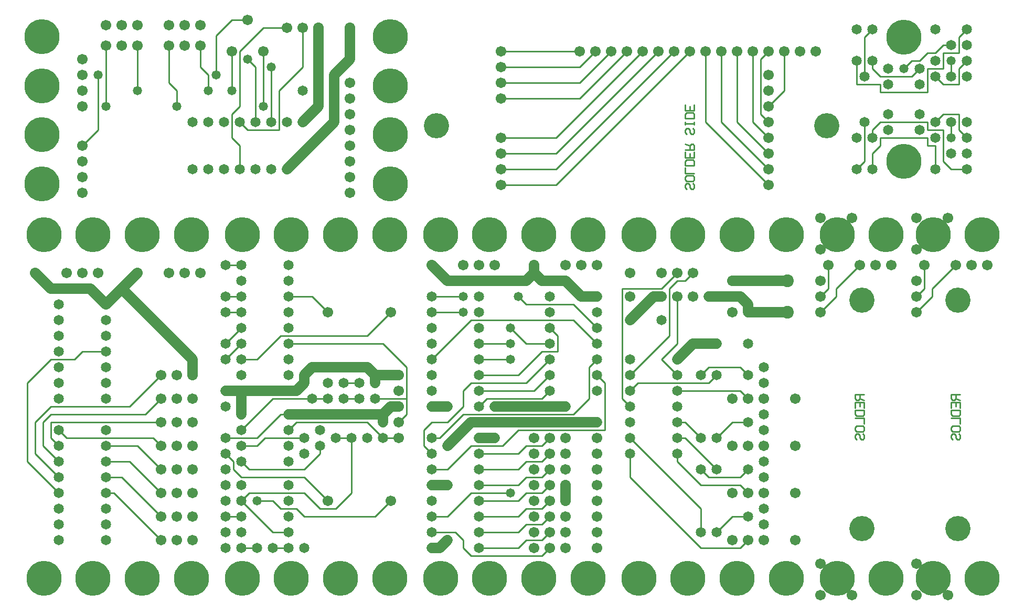
<source format=gbl>
%MOIN*%
%FSLAX25Y25*%
G04 D10 used for Character Trace; *
G04     Circle (OD=.01000) (No hole)*
G04 D11 used for Power Trace; *
G04     Circle (OD=.06700) (No hole)*
G04 D12 used for Signal Trace; *
G04     Circle (OD=.01100) (No hole)*
G04 D13 used for Via; *
G04     Circle (OD=.05800) (Round. Hole ID=.02800)*
G04 D14 used for Component hole; *
G04     Circle (OD=.06500) (Round. Hole ID=.03500)*
G04 D15 used for Component hole; *
G04     Circle (OD=.06700) (Round. Hole ID=.04300)*
G04 D16 used for Component hole; *
G04     Circle (OD=.08100) (Round. Hole ID=.05100)*
G04 D17 used for Component hole; *
G04     Circle (OD=.08900) (Round. Hole ID=.05900)*
G04 D18 used for Component hole; *
G04     Circle (OD=.11300) (Round. Hole ID=.08300)*
G04 D19 used for Component hole; *
G04     Circle (OD=.16000) (Round. Hole ID=.13000)*
G04 D20 used for Component hole; *
G04     Circle (OD=.18300) (Round. Hole ID=.15300)*
G04 D21 used for Component hole; *
G04     Circle (OD=.22291) (Round. Hole ID=.19291)*
%ADD10C,.01000*%
%ADD11C,.06700*%
%ADD12C,.01100*%
%ADD13C,.05800*%
%ADD14C,.06500*%
%ADD15C,.06700*%
%ADD16C,.08100*%
%ADD17C,.08900*%
%ADD18C,.11300*%
%ADD19C,.16000*%
%ADD20C,.18300*%
%ADD21C,.22291*%
%IPPOS*%
%LPD*%
G90*X0Y0D02*D21*X15625Y15625D03*D14*              
X25000Y40000D03*D21*X46875Y15625D03*D14*          
X25000Y50000D03*X55000Y40000D03*Y50000D03*        
Y60000D03*X25000D03*D12*X90000Y40000D02*          
X60000Y70000D01*D15*X90000Y40000D03*X100000D03*   
Y55000D03*X90000D03*D12*X65000Y80000D01*X55000D01*
D14*D03*Y90000D03*D12*X70000D01*X90000Y70000D01*  
D15*D03*X100000D03*Y85000D03*X90000D03*D12*       
X75000Y100000D01*X55000D01*D14*D03*Y110000D03*D12*
X20000Y125000D02*X70000D01*X10000Y115000D02*      
X20000Y125000D01*X10000Y95000D02*Y115000D01*      
X25000Y80000D02*X10000Y95000D01*D14*              
X25000Y80000D03*Y90000D03*D12*X15000Y100000D01*   
Y115000D01*X20000Y120000D01*X80000D01*            
X90000Y130000D01*D15*D03*X100000D03*Y145000D03*   
X90000D03*D12*X70000Y125000D01*D14*               
X55000Y140000D03*Y130000D03*D15*X90000Y115000D03* 
D12*X20000D01*Y105000D01*X25000Y100000D01*D14*D03*
D12*X30000Y105000D02*X85000D01*X90000Y100000D01*  
D15*D03*X100000D03*Y115000D03*X110000Y85000D03*   
Y100000D03*Y115000D03*D12*X55000Y70000D02*        
X60000D01*D14*X55000D03*X25000D03*D12*            
X5000Y90000D01*Y140000D01*X20000Y155000D01*       
X35000D01*X40000Y160000D01*X55000D01*D14*D03*     
Y170000D03*Y150000D03*Y180000D03*X25000Y190000D03*
Y130000D03*Y180000D03*Y170000D03*X55000Y190000D03*
D11*X65000Y200000D01*X110000Y155000D01*Y145000D01*
D15*D03*Y130000D03*D11*X55000Y190000D02*          
X45000Y200000D01*X20000D01*X10000Y210000D01*D15*  
D03*X30000D03*D21*X15625Y234375D03*D15*           
X40000Y210000D03*D21*X46875Y234375D03*D15*        
X50000Y210000D03*D14*X25000Y160000D03*D11*        
X65000Y200000D02*X75000Y210000D01*D15*D03*        
X95000D03*D21*X78125Y234375D03*D15*               
X105000Y210000D03*D21*X109375Y234375D03*D15*      
X115000Y210000D03*D14*X25000Y150000D03*Y140000D03*
Y110000D03*D12*X30000Y105000D01*D15*              
X110000Y40000D03*Y55000D03*Y70000D03*D21*         
X78125Y15625D03*X109375D03*G90*X1000Y0D02*D14*    
X131000Y35000D03*Y45000D03*Y55000D03*D12*         
X141000D01*D14*D03*D13*X151000Y65000D03*D12*      
X161000D01*X166000Y60000D01*X176000D01*           
X181000Y55000D01*X226000D01*X236000Y65000D01*D15* 
D03*D12*X201000Y60000D02*X211000Y70000D01*        
X191000Y60000D02*X201000D01*X191000D02*           
X181000Y70000D01*X146000D01*X141000Y65000D01*D14* 
D03*D12*X161000Y45000D01*X171000D01*D14*D03*      
X181000Y35000D03*X161000D03*D12*X171000D01*D14*   
D03*Y55000D03*X151000Y35000D03*D12*X141000D01*D14*
D03*Y45000D03*D21*X141625Y15625D03*D14*           
X171000Y65000D03*D21*X172875Y15625D03*D14*        
X131000Y65000D03*X171000Y75000D03*X141000D03*     
X131000D03*D12*X196000Y65000D02*X181000Y80000D01* 
D15*X196000Y65000D03*D12*X141000Y80000D02*        
X181000D01*X141000D02*X136000Y85000D01*Y90000D01* 
X131000Y95000D01*D14*D03*X141000Y90000D03*D12*    
X146000Y85000D01*X181000D01*X191000Y95000D01*     
Y100000D01*D14*D03*X181000Y105000D03*D12*         
X156000D01*X151000Y100000D01*X141000D01*D14*D03*  
X131000Y105000D03*D12*X151000D01*                 
X166000Y120000D01*X171000D01*D14*D03*D11*         
X231000D01*Y115000D01*D14*D03*D11*Y120000D02*     
X236000Y125000D01*X241000D01*D15*D03*D12*         
Y115000D02*X246000Y120000D01*D15*                 
X241000Y115000D03*D12*X246000Y120000D02*          
Y130000D01*X226000D01*D14*D03*X216000Y140000D03*  
D12*X206000D01*D14*D03*X216000Y130000D03*D12*     
X206000D01*D14*D03*X196000Y140000D03*Y130000D03*  
D12*X186000D01*D14*D03*D12*X161000D01*            
X141000Y110000D01*D14*D03*Y120000D03*D11*         
Y135000D01*X131000D01*D14*D03*X141000Y145000D03*  
D11*Y135000D02*X176000D01*X181000Y140000D01*      
Y145000D01*X186000Y150000D01*D14*D03*D11*         
X221000D01*X226000Y145000D01*Y140000D01*D14*D03*  
D11*Y145000D02*X241000D01*D15*D03*D12*            
X246000Y130000D02*Y150000D01*D15*                 
X241000Y135000D03*D12*X246000Y150000D02*          
X231000Y165000D01*X171000D01*D14*D03*D12*         
X151000Y155000D02*X166000Y170000D01*              
X141000Y155000D02*X151000D01*D14*X141000D03*      
X131000Y165000D03*D12*X141000Y175000D01*D14*D03*  
X131000Y185000D03*D12*X141000D01*D14*D03*         
X131000Y195000D03*D12*X141000D01*D14*D03*         
Y205000D03*Y215000D03*D12*X131000D01*D14*D03*D21* 
X141625Y234375D03*D14*X171000Y175000D03*          
Y185000D03*Y195000D03*D12*X186000D01*             
X196000Y185000D01*D15*D03*D14*X171000Y205000D03*  
D12*X166000Y170000D02*X221000D01*D14*             
X171000Y155000D03*X141000Y165000D03*D12*          
X131000Y155000D01*D14*D03*Y125000D03*             
X171000Y145000D03*D12*Y110000D02*                 
X176000Y115000D01*D14*X171000Y110000D03*D12*      
X176000Y115000D02*X221000D01*X231000Y105000D01*   
D14*D03*D12*X241000D01*D15*D03*D14*X221000D03*    
X211000D03*D12*Y70000D01*D14*X181000Y95000D03*D12*
X201000Y105000D02*X211000D01*D14*X201000D03*      
X191000Y110000D03*X171000Y100000D03*Y90000D03*D12*
X221000Y170000D02*X236000Y185000D01*D15*D03*D21*  
X235375Y234375D03*X204125D03*X172875D03*D14*      
X171000Y215000D03*X131000Y85000D03*D21*           
X204125Y15625D03*X235375D03*G90*X2000Y0D02*D12*   
X262000Y95000D02*X257000Y100000D01*D14*           
X262000Y95000D03*D12*X257000Y100000D02*Y110000D01*
X262000Y115000D01*X272000D01*X282000Y125000D01*   
Y135000D01*X287000Y140000D01*X322000D01*          
X337000Y155000D01*D14*D03*D12*X332000Y160000D02*  
X342000D01*X317000Y145000D02*X332000Y160000D01*   
X292000Y145000D02*X317000D01*D14*X292000D03*      
Y155000D03*D12*X312000D01*D13*D03*D12*            
X322000Y165000D02*X337000D01*D14*D03*D12*         
X342000Y160000D02*Y170000D01*X337000Y175000D01*   
D14*D03*Y185000D03*D12*X367000Y175000D02*         
X352000Y190000D01*D14*X367000Y175000D03*          
Y185000D03*Y165000D03*D12*X352000Y180000D01*      
X287000D01*X262000Y155000D01*D14*D03*Y165000D03*  
Y145000D03*Y175000D03*Y135000D03*                 
X292000Y125000D03*D12*X297000Y130000D01*          
X332000D01*X337000Y135000D01*D14*D03*D13*         
X347000Y125000D03*D11*X302000D01*D13*D03*D14*     
X292000Y135000D03*D12*X327000D01*                 
X337000Y145000D01*D14*D03*D12*X322000Y165000D02*  
X312000Y175000D01*D13*D03*Y165000D03*D12*         
X292000D01*D14*D03*Y175000D03*Y185000D03*D13*     
X282000D03*D12*X262000D01*D14*D03*Y195000D03*D12* 
X282000D01*D13*D03*D11*X272000Y205000D02*         
X322000D01*X327000Y210000D01*X332000Y205000D01*   
X347000D01*X357000Y195000D01*X367000D01*D14*D03*  
D12*X322000Y190000D02*X352000D01*X322000D02*      
X317000Y195000D01*D13*D03*D11*X327000Y210000D02*  
Y215000D01*D15*D03*D21*X330125Y234375D03*D15*     
X347000Y215000D03*D14*X337000Y195000D03*D15*      
X302000Y215000D03*D21*X298875Y234375D03*D15*      
X357000Y215000D03*X292000D03*D21*                 
X361375Y234375D03*D14*X292000Y195000D03*D15*      
X367000Y215000D03*X282000D03*D11*                 
X272000Y205000D02*X262000Y215000D01*D15*D03*D21*  
X267625Y234375D03*D14*X262000Y125000D03*D11*      
X272000D01*D13*D03*D12*X267000Y105000D02*         
X282000Y120000D01*X262000Y105000D02*X267000D01*   
D14*X262000D03*D13*X272000Y100000D03*D11*         
X287000Y115000D01*X327000D01*D13*D03*D11*         
X367000D01*D13*D03*D12*X317000Y110000D02*         
X372000D01*X307000Y100000D02*X317000Y110000D01*   
X287000Y100000D02*X307000D01*X272000Y85000D02*    
X287000Y100000D01*X262000Y85000D02*X272000D01*D14*
X262000D03*D13*X272000Y75000D03*D11*X262000D01*   
D14*D03*Y65000D03*Y55000D03*D12*X272000D01*       
X287000Y70000D01*X312000D01*D13*D03*D12*          
X292000Y65000D02*X317000D01*D14*X292000D03*       
Y75000D03*D12*X317000D01*X322000Y80000D01*        
X332000D01*X337000Y85000D01*D15*D03*D12*          
X322000Y90000D02*X332000D01*X317000Y85000D02*     
X322000Y90000D01*X292000Y85000D02*X317000D01*D14* 
X292000D03*Y95000D03*D12*X317000D01*              
X322000Y100000D01*X332000D01*X337000Y105000D01*   
D15*D03*X347000Y95000D03*X327000D03*              
X347000Y105000D03*X327000D03*X337000Y95000D03*D12*
X332000Y90000D01*D15*X327000Y85000D03*            
X347000Y75000D03*D11*Y65000D01*D15*D03*           
X337000Y75000D03*D12*X332000Y70000D01*X322000D01* 
X317000Y65000D01*Y55000D02*X322000Y60000D01*      
X292000Y55000D02*X317000D01*D14*X292000D03*       
Y45000D03*D12*X317000D01*X322000Y50000D01*        
X332000D01*X337000Y55000D01*D15*D03*D12*          
X322000Y60000D02*X332000D01*D15*X327000Y55000D03* 
Y65000D03*D12*X332000Y60000D02*X337000Y65000D01*  
D15*D03*X347000Y55000D03*X327000Y75000D03*        
X347000Y85000D03*X327000Y45000D03*X337000D03*D12* 
X332000Y40000D01*X322000D01*X317000Y35000D01*     
X292000D01*D14*D03*D12*X287000Y30000D02*          
X332000D01*X337000Y35000D01*D15*D03*              
X347000Y45000D03*Y35000D03*X327000D03*D21*        
X330125Y15625D03*X361375D03*D15*X367000Y65000D03* 
Y35000D03*Y45000D03*Y55000D03*Y75000D03*D21*      
X298875Y15625D03*D15*X367000Y85000D03*D12*        
X287000Y30000D02*X282000Y35000D01*Y40000D01*      
X277000Y45000D01*X262000D01*D14*D03*D13*          
X272000Y40000D03*D11*X267000Y35000D01*X262000D01* 
D14*D03*D21*X267625Y15625D03*D13*                 
X302000Y105000D03*D11*X292000D01*D14*D03*D12*     
X282000Y120000D02*X352000D01*X362000Y130000D01*   
Y150000D01*X367000Y155000D01*D14*D03*Y145000D03*  
D12*X372000Y140000D01*Y110000D01*D15*             
X367000Y105000D03*Y95000D03*D14*Y135000D03*G90*   
X3000Y0D02*D12*X388000Y125000D02*                 
X383000Y130000D01*D14*X388000Y125000D03*D12*      
X383000Y130000D02*Y200000D01*X408000D01*          
X418000Y210000D01*D15*D03*D12*Y205000D02*         
X423000D01*X413000Y200000D02*X418000Y205000D01*   
X413000Y170000D02*Y200000D01*X388000Y145000D02*   
X413000Y170000D01*D14*X388000Y145000D03*D12*      
Y135000D02*X393000Y140000D01*D14*                 
X388000Y135000D03*D12*X393000Y140000D02*          
X438000D01*X443000Y145000D01*D14*D03*D12*         
X433000D02*X438000Y150000D01*D14*                 
X433000Y145000D03*D12*X438000Y150000D02*          
X458000D01*X463000Y145000D01*D14*D03*             
X473000Y140000D03*D12*X463000Y130000D02*          
X458000Y135000D01*D15*X463000Y130000D03*D12*      
X418000Y135000D02*X458000D01*D14*X418000D03*      
Y145000D03*D12*X408000Y155000D01*                 
X418000Y165000D01*Y195000D01*D15*D03*D12*         
X423000Y205000D02*X428000Y210000D01*D15*D03*      
X443000Y195000D03*D11*X438000D01*X443000D02*      
X458000D01*X463000Y190000D01*Y185000D01*D14*D03*  
D11*X488000D01*D16*D03*Y205000D03*D11*X463000D01* 
D14*D03*D11*X453000D01*D15*D03*Y185000D03*        
X428000Y195000D03*D21*X424875Y234375D03*          
X456125D03*X487375D03*D11*X418000Y155000D02*      
X428000Y165000D01*D14*X418000Y155000D03*D11*      
X428000Y165000D02*X443000D01*D14*D03*X463000D03*  
X473000Y150000D03*D15*X408000Y195000D03*D11*      
X403000D01*X388000Y180000D01*D14*D03*D15*         
Y195000D03*D14*X408000Y180000D03*                 
X388000Y155000D03*D15*X408000Y210000D03*          
X388000D03*D21*X393625Y234375D03*D14*             
X418000Y125000D03*D12*X443000Y105000D02*          
X453000Y115000D01*D14*X443000Y105000D03*D12*      
X453000Y115000D02*X463000D01*D14*D03*             
X473000Y110000D03*Y120000D03*D15*Y130000D03*      
X453000Y100000D03*X463000D03*X453000Y130000D03*   
X473000Y100000D03*D14*Y90000D03*X433000Y85000D03* 
D12*X438000Y80000D01*X458000D01*X463000Y85000D01* 
D14*D03*X473000Y80000D03*D12*X463000Y70000D02*    
X458000Y75000D01*D15*X463000Y70000D03*D12*        
X433000Y75000D02*X458000D01*X433000D02*           
X418000Y90000D01*Y95000D01*D14*D03*D12*           
X443000Y85000D02*X423000Y105000D01*D14*           
X443000Y85000D03*D15*X453000Y70000D03*D12*        
X418000Y105000D02*X423000D01*D14*X418000D03*D12*  
X433000D02*X423000Y115000D01*D14*                 
X433000Y105000D03*D12*X418000Y115000D02*          
X423000D01*D14*X418000D03*X388000D03*Y105000D03*  
D12*X433000Y60000D01*Y45000D01*D14*D03*X443000D03*
D12*X453000Y55000D01*X463000D01*D14*D03*          
X473000Y50000D03*Y60000D03*D15*Y70000D03*         
X453000Y40000D03*X463000D03*D12*X458000Y35000D01* 
X433000D01*X388000Y80000D01*Y95000D01*D14*D03*D21*
X393625Y15625D03*X424875D03*X456125D03*D15*       
X473000Y40000D03*D21*X487375Y15625D03*D15*        
X493000Y40000D03*Y70000D03*Y100000D03*Y130000D03* 
G90*X0Y1000D02*X210000Y261000D03*X40000D03*D21*   
X235625Y266625D03*X14375D03*D15*X210000Y271000D03*
X40000D03*D14*X170000Y276000D03*D11*              
X200000Y306000D01*Y336000D01*D13*D03*D11*         
X210000Y346000D01*Y366000D01*D15*D03*X190000D03*  
D11*Y316000D01*X180000Y306000D01*D14*D03*         
X170000D03*D12*X145000Y301000D02*X165000D01*      
X140000Y306000D02*X145000Y301000D01*D14*          
X140000Y306000D03*D12*X135000Y311000D02*          
Y296000D01*X140000Y291000D01*Y276000D01*D14*D03*  
X150000D03*X130000D03*X160000D03*X120000D03*D12*  
X165000Y326000D02*Y301000D01*Y326000D02*          
X180000Y341000D01*Y366000D01*D15*D03*X170000D03*  
D12*X155000D01*X140000Y351000D01*Y316000D01*      
X135000Y311000D01*D14*X130000Y306000D03*D13*      
X120000Y326000D03*D12*Y336000D01*                 
X115000Y341000D01*Y354500D01*D15*D03*             
X105000Y367500D03*X115000D03*X105000Y354500D03*   
D12*X125000Y361000D02*Y336000D01*D13*D03*         
X135000Y326000D03*D12*Y351000D01*D15*D03*D12*     
X125000Y361000D02*X135000Y371000D01*X145000D01*   
D15*D03*X155000Y351000D03*D12*Y316000D01*D13*D03* 
D14*X150000Y306000D03*D12*Y341000D01*             
X145000Y346000D01*D13*D03*X160000Y341000D03*D12*  
Y306000D01*D14*D03*X180000Y326000D03*             
X120000Y306000D03*D15*X210000Y281000D03*          
Y291000D03*Y301000D03*D14*X110000Y306000D03*D15*  
X210000Y311000D03*Y321000D03*Y331000D03*D14*      
X110000Y276000D03*D12*X95000Y331000D02*           
X100000Y326000D01*X95000Y354500D02*Y331000D01*D15*
Y354500D03*Y367500D03*X75000D03*Y354500D03*D12*   
Y326000D01*D13*D03*X55000Y316000D03*D12*          
Y354500D01*D15*D03*X65000Y367500D03*Y354500D03*   
X55000Y367500D03*X40000Y346000D03*Y336000D03*D13* 
X50000D03*D12*Y301000D01*X40000Y291000D01*D15*D03*
Y281000D03*D21*X14375Y297875D03*D15*              
X40000Y316000D03*Y326000D03*D21*X14375Y329125D03* 
D13*X100000Y316000D03*D12*Y326000D01*D21*         
X14375Y360375D03*X235625Y297875D03*Y329125D03*    
Y360375D03*G90*X1000Y1000D02*D19*                 
X265100Y303700D03*D15*X306000Y266000D03*D12*      
X341000D01*X426000Y351000D01*D15*D03*X436000D03*  
D12*Y306000D01*X476000Y266000D01*D15*D03*         
Y276000D03*D12*X446000Y306000D01*Y351000D01*D15*  
D03*X456000D03*D12*Y306000D01*X476000Y286000D01*  
D15*D03*Y296000D03*D12*X466000Y306000D01*         
Y351000D01*D15*D03*D12*X471000Y346000D02*         
Y311000D01*X476000Y306000D01*D15*D03*Y316000D03*  
D12*X486000Y326000D01*Y351000D01*D15*D03*         
X496000D03*X476000D03*D12*X471000Y346000D01*D15*  
X476000Y336000D03*Y326000D03*X506000Y351000D03*   
D19*X513100Y303700D03*D10*X427914Y301837D02*      
X428871Y301000D01*Y299326D01*X427914Y298489D01*   
X426957D01*X426000Y299326D01*Y301000D01*          
X425043Y301837D01*X424086D01*X423129Y301000D01*   
Y299326D01*X424086Y298489D01*X423129Y316837D02*   
Y313489D01*X428871D01*Y316837D01*                 
X426000Y313489D02*Y316000D01*X423129Y308489D02*   
X428871D01*Y311000D01*X427914Y311837D01*          
X424086D01*X423129Y311000D01*Y308489D01*          
Y305163D02*X428871D01*X423129Y304326D02*          
Y306000D01*X428871Y304326D02*Y306000D01*          
X423129Y288489D02*X428871D01*Y291000D01*          
X427914Y291837D01*X426957D01*X426000Y291000D01*   
Y288489D01*Y291000D02*X423129Y291837D01*D15*      
X416000Y351000D03*D12*X341000Y276000D01*          
X306000D01*D15*D03*Y286000D03*D12*X341000D01*     
X406000Y351000D01*D15*D03*X396000D03*D12*         
X341000Y296000D01*X306000D01*D15*D03*Y321000D03*  
D12*X356000D01*X386000Y351000D01*D15*D03*         
X376000D03*D12*X356000Y331000D01*X306000D01*D15*  
D03*Y341000D03*D12*X356000D01*X366000Y351000D01*  
D15*D03*X356000D03*D12*X306000D01*D15*D03*D10*    
X427914Y266837D02*X428871Y266000D01*Y264326D01*   
X427914Y263489D01*X426957D01*X426000Y264326D01*   
Y266000D01*X425043Y266837D01*X424086D01*          
X423129Y266000D01*Y264326D01*X424086Y263489D01*   
Y271837D02*X423129Y271000D01*Y269326D01*          
X424086Y268489D01*X427914D01*X428871Y269326D01*   
Y271000D01*X427914Y271837D01*X424086D01*          
X428871Y273489D02*X423129D01*Y276837D01*          
Y278489D02*X428871D01*Y281000D01*                 
X427914Y281837D01*X424086D01*X423129Y281000D01*   
Y278489D01*Y286837D02*Y283489D01*X428871D01*      
Y286837D01*X426000Y283489D02*Y286000D01*G90*      
X4000Y0D02*D15*X509000Y5000D03*Y25000D03*         
Y185000D03*D12*X519000Y195000D01*Y200000D01*      
X534000Y215000D01*D15*D03*X544000D03*D21*         
X550875Y234375D03*D15*X554000Y215000D03*          
X514000D03*D12*Y200000D01*X509000Y195000D01*D15*  
D03*Y205000D03*D19*X535250Y192800D03*D15*         
X509000Y225000D03*D21*X519625Y234375D03*D15*      
X529000Y245000D03*X509000D03*D10*                 
X536871Y132511D02*X531129D01*Y130000D01*          
X532086Y129163D01*X533043D01*X534000Y130000D01*   
Y132511D01*Y130000D02*X536871Y129163D01*          
Y124163D02*Y127511D01*X531129D01*Y124163D01*      
X534000Y127511D02*Y125000D01*X536871Y122511D02*   
X531129D01*Y120000D01*X532086Y119163D01*          
X535914D01*X536871Y120000D01*Y122511D01*          
X531129Y117511D02*X536871D01*Y114163D01*          
X535914Y109163D02*X536871Y110000D01*Y111674D01*   
X535914Y112511D01*X532086D01*X531129Y111674D01*   
Y110000D01*X532086Y109163D01*X535914D01*          
X532086Y104163D02*X531129Y105000D01*Y106674D01*   
X532086Y107511D01*X533043D01*X534000Y106674D01*   
Y105000D01*X534957Y104163D01*X535914D01*          
X536871Y105000D01*Y106674D01*X535914Y107511D01*   
D19*X535250Y47200D03*D21*X519625Y15625D03*        
X550875D03*D15*X529000Y5000D03*G90*X0Y0D02*       
X570000Y5000D03*Y25000D03*Y185000D03*D12*         
X580000Y195000D01*Y200000D01*X595000Y215000D01*   
D15*D03*X605000D03*D21*X611875Y234375D03*D15*     
X615000Y215000D03*X575000D03*D12*Y200000D01*      
X570000Y195000D01*D15*D03*Y205000D03*D19*         
X596250Y192800D03*D15*X570000Y225000D03*D21*      
X580625Y234375D03*D15*X590000Y245000D03*          
X570000D03*D10*X597871Y132511D02*X592129D01*      
Y130000D01*X593086Y129163D01*X594043D01*          
X595000Y130000D01*Y132511D01*Y130000D02*          
X597871Y129163D01*Y124163D02*Y127511D01*          
X592129D01*Y124163D01*X595000Y127511D02*          
Y125000D01*X597871Y122511D02*X592129D01*          
Y120000D01*X593086Y119163D01*X596914D01*          
X597871Y120000D01*Y122511D01*X592129Y117511D02*   
X597871D01*Y114163D01*X596914Y109163D02*          
X597871Y110000D01*Y111674D01*X596914Y112511D01*   
X593086D01*X592129Y111674D01*Y110000D01*          
X593086Y109163D01*X596914D01*X593086Y104163D02*   
X592129Y105000D01*Y106674D01*X593086Y107511D01*   
X594043D01*X595000Y106674D01*Y105000D01*          
X595957Y104163D01*X596914D01*X597871Y105000D01*   
Y106674D01*X596914Y107511D01*D19*X596250Y47200D03*
D21*X580625Y15625D03*X611875D03*D15*              
X590000Y5000D03*G90*X2000Y1000D02*D14*            
X532000Y276000D03*D12*X537000Y281000D01*          
Y306000D01*D14*D03*D12*X542000Y301000D02*         
Y296000D01*D14*D03*D12*Y286000D02*                
X547000Y291000D01*X542000Y286000D02*Y276000D01*   
D14*D03*D12*X547000Y296000D02*Y291000D01*         
Y296000D02*X577000D01*Y291000D01*X582000D01*      
Y276000D01*D14*D03*D12*X587000Y301000D02*         
Y281000D01*X577000Y301000D02*X587000D01*          
X577000Y306000D02*Y301000D01*X547000Y306000D02*   
X577000D01*X542000Y301000D02*X547000Y306000D01*   
D14*X552000Y311000D03*Y301000D03*                 
X532000Y296000D03*D21*X562000Y281000D03*D14*      
X572000Y301000D03*Y311000D03*X582000Y296000D03*   
Y306000D03*D12*X587000Y311000D01*X597000D01*      
Y301000D01*X602000Y296000D01*D14*D03*             
X592000Y306000D03*D12*Y296000D01*D13*D03*D14*     
X602000Y286000D03*Y306000D03*X592000Y286000D03*   
D12*X587000Y281000D02*X592000Y276000D01*          
X602000D01*D14*D03*G90*X2000Y0D02*D12*            
X532000Y345000D02*Y330000D01*D14*Y345000D03*D12*  
X542000D02*Y340000D01*D14*Y345000D03*D12*         
Y340000D02*X547000Y335000D01*X567000D01*          
X572000Y340000D01*D14*D03*D12*X562000D02*         
X567000Y345000D01*D13*X562000Y340000D03*D12*      
X567000Y345000D02*X572000D01*X577000Y350000D01*   
X582000D01*X587000Y355000D01*X592000D01*D14*D03*  
D12*X587000Y350000D02*X597000D01*X587000D02*      
Y340000D01*X577000D01*Y325000D01*X547000D01*      
Y330000D01*X532000D01*D14*X537000Y335000D03*D12*  
Y360000D01*X542000Y365000D01*D14*D03*X532000D03*  
D21*X562000Y360000D03*D14*X552000Y340000D03*      
Y330000D03*X572000D03*X582000Y335000D03*D12*      
X587000Y330000D01*X597000D01*Y340000D01*          
X602000Y345000D01*D14*D03*D12*X597000Y360000D02*  
Y350000D01*Y360000D02*X602000Y365000D01*D14*D03*  
Y355000D03*X582000Y345000D03*D13*X592000D03*D12*  
Y335000D01*D14*D03*X602000D03*X582000Y365000D03*  
M02*                                              

</source>
